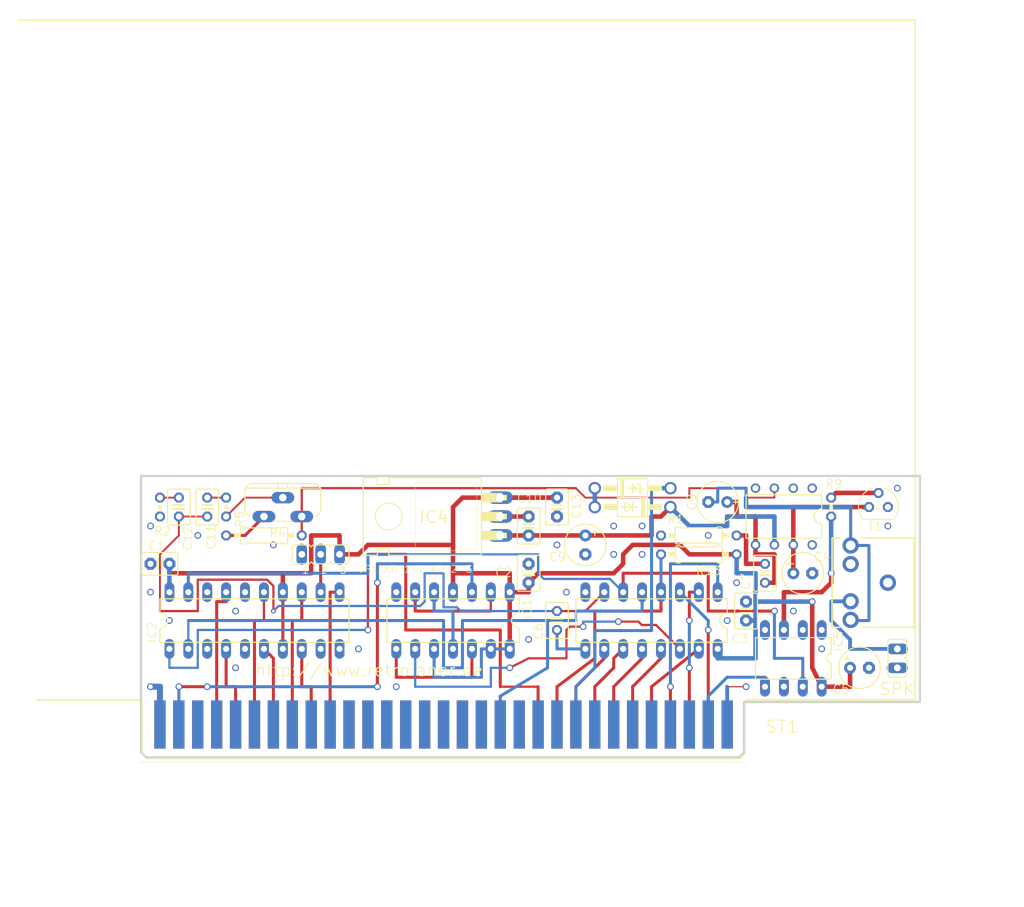
<source format=kicad_pcb>
(kicad_pcb (version 20241229) (generator "pcbnew") (generator_version "9.0")
  (layers (0 "F.Cu" signal) (2 "B.Cu" signal) (13 "F.Paste" user) (15 "B.Paste" user) (5 "F.SilkS" user "F.Silkscreen") (7 "B.SilkS" user "B.Silkscreen") (1 "F.Mask" user) (3 "B.Mask" user) (25 "Edge.Cuts" user))
  (net 0 "")
  (net 1 "GND")
  (net 2 "VCC")
  (net 3 "N$2")
  (net 4 "ISAOSC")
  (net 5 "CMS_CLOCK")
  (net 6 "N$5")
  (net 7 "A1")
  (net 8 "A2")
  (net 9 "A3")
  (net 10 "A4")
  (net 11 "A5")
  (net 12 "A6")
  (net 13 "A7")
  (net 14 "A8")
  (net 15 "A9")
  (net 16 "A0")
  (net 17 "A10")
  (net 18 "OE")
  (net 19 "D0")
  (net 20 "D2")
  (net 21 "D4")
  (net 22 "D5")
  (net 23 "D6")
  (net 24 "D3")
  (net 25 "D1")
  (net 26 "D7")
  (net 27 "IOW")
  (net 28 "READY")
  (net 29 "ISAAEN")
  (net 30 "SNDOUT")
  (net 31 "N$8")
  (net 32 "RESET")
  (net 33 "CLOCK")
  (net 34 "N$1")
  (net 35 "N$3")
  (net 36 "VDD")
  (net 37 "N$6")
  (net 38 "N$9")
  (net 39 "N$7")
  (net 40 "N$10")
  (net 41 "N$11")
  (net 42 "LM386_CONTROL")
  (net 43 "N$4")
  (net 44 "N$13")
  (net 45 "N$14")
  (net 46 "N$15")
  (net 47 "N$12")
  (net 48 "N$16")
  (footprint "tandy_sound:C2.5-3" (layer "F.Cu") (at 148.2586 98.9048 90)
    (property "Reference" "C2")
    (property "Value" "100nf" (hide yes))
  )
  (footprint "tandy_sound:TO92" (layer "F.Cu") (at 195.2486 90.0148)
    (property "Reference" "T1")
    (property "Value" "BC547" (hide yes))
  )
  (footprint "tandy_sound:0204V" (layer "F.Cu") (at 98.7286 90.0148 90)
    (property "Reference" "R2")
    (property "Value" "33" (hide yes))
  )
  (footprint "tandy_sound:TO220H_262" (layer "F.Cu") (at 134.2886 91.2848 90)
    (property "Reference" "IC4")
    (property "Value" "7805T" (hide yes))
  )
  (footprint "tandy_sound:C025-030X050" (layer "F.Cu") (at 152.0686 105.2548 -90)
    (property "Reference" "C6")
    (property "Value" "68pf" (hide yes))
  )
  (footprint "tandy_sound:C025-030X050" (layer "F.Cu") (at 105.0786 90.0148 -90)
    (property "Reference" "C11")
    (property "Value" "470nf" (hide yes))
  )
  (footprint "tandy_sound:JP2" (layer "F.Cu") (at 120.3186 96.3648)
    (property "Reference" "JP1" (hide yes))
    (property "Value" "")
  )
  (footprint "tandy_sound:DIL08" (layer "F.Cu") (at 182.5486 91.2848 180)
    (property "Reference" "IC3" (hide yes))
    (property "Value" "LM386N-1")
  )
  (footprint "tandy_sound:IBM8BIT" (layer "F.Cu") (at 200.3286 124.3048)
    (property "Reference" "ST1")
    (property "Value" "")
  )
  (footprint "tandy_sound:C2.5-3" (layer "F.Cu") (at 177.4686 103.9848 90)
    (property "Reference" "C3")
    (property "Value" "100nf" (hide yes))
  )
  (footprint "tandy_sound:0207_10" (layer "F.Cu") (at 171.1186 96.3648 180)
    (property "Reference" "R13")
    (property "Value" "2,2k")
  )
  (footprint "tandy_sound:E2,5-6" (layer "F.Cu") (at 185.0886 98.9048)
    (property "Reference" "C4")
    (property "Value" "10uf" (hide yes))
  )
  (footprint "tandy_sound:PT-10S" (layer "F.Cu") (at 115.2386 90.0148)
    (property "Reference" "R3" (hide yes))
    (property "Value" "10K" (hide yes))
  )
  (footprint "tandy_sound:DIL08" (layer "F.Cu") (at 183.8186 110.3348 180)
    (property "Reference" "IC5")
    (property "Value" "TINY13-20PU" (hide yes))
  )
  (footprint "tandy_sound:C2.5-3" (layer "F.Cu") (at 148.2586 92.5548 90)
    (property "Reference" "C10")
    (property "Value" "100nf" (hide yes))
  )
  (footprint "tandy_sound:C2.5-3" (layer "F.Cu") (at 98.7286 97.6348 180)
    (property "Reference" "C1")
    (property "Value" "100nf" (hide yes))
  )
  (footprint "tandy_sound:DIL14" (layer "F.Cu") (at 138.0986 105.2548 180)
    (property "Reference" "IC1")
    (property "Value" "74AC74N")
  )
  (footprint "tandy_sound:E2,5-6" (layer "F.Cu") (at 155.8786 95.0948 -90)
    (property "Reference" "C9")
    (property "Value" "470uf" (hide yes))
  )
  (footprint "tandy_sound:C025-030X050" (layer "F.Cu") (at 101.2686 90.0148 90)
    (property "Reference" "C12")
    (property "Value" "100NF" (hide yes))
  )
  (footprint "tandy_sound:JP1" (layer "F.Cu") (at 197.7886 110.3348 180)
    (property "Reference" "JP2" (hide yes))
    (property "Value" "")
  )
  (footprint "tandy_sound:E2,5-6E" (layer "F.Cu") (at 173.6586 89.3398 180)
    (property "Reference" "C8")
    (property "Value" "220UF" (hide yes))
  )
  (footprint "tandy_sound:0204V" (layer "F.Cu") (at 188.8986 90.0148 -90)
    (property "Reference" "R9")
    (property "Value" "1K" (hide yes))
  )
  (footprint "tandy_sound:DO41-10" (layer "F.Cu") (at 162.2286 87.4748)
    (property "Reference" "D1" (hide yes))
    (property "Value" "1N4004" (hide yes))
  )
  (footprint "tandy_sound:AUDIO-JACK" (layer "F.Cu") (at 196.5186 100.1748 180)
    (property "Reference" "J1" (hide yes))
    (property "Value" "AUDIO_JACK_3.5MM_PTH" (hide yes))
  )
  (footprint "tandy_sound:E2,5-6" (layer "F.Cu") (at 192.7086 111.6048)
    (property "Reference" "C5")
    (property "Value" "10uf" (hide yes))
  )
  (footprint "tandy_sound:0207_10" (layer "F.Cu") (at 112.6986 93.8248 180)
    (property "Reference" "R4")
    (property "Value" "1k")
  )
  (footprint "tandy_sound:C025-030X050" (layer "F.Cu") (at 180.0086 98.9048 90)
    (property "Reference" "C7")
    (property "Value" "47NF" (hide yes))
  )
  (footprint "tandy_sound:DO41-10" (layer "F.Cu") (at 162.2286 90.0148 180)
    (property "Reference" "D2" (hide yes))
    (property "Value" "1N4004" (hide yes))
  )
  (footprint "tandy_sound:C2.5-3" (layer "F.Cu") (at 152.0686 90.0148 -90)
    (property "Reference" "C13")
    (property "Value" "100nf" (hide yes))
  )
  (footprint "tandy_sound:0204V" (layer "F.Cu") (at 107.6186 90.0148 90)
    (property "Reference" "R5")
    (property "Value" "10k" (hide yes))
  )
  (footprint "tandy_sound:DIL16" (layer "F.Cu") (at 164.7686 105.2548 180)
    (property "Reference" "U$1" (hide yes))
    (property "Value" "SN76489" (hide yes))
  )
  (footprint "tandy_sound:0207_10" (layer "F.Cu") (at 171.1186 93.8248)
    (property "Reference" "R1")
    (property "Value" "10")
  )
  (footprint "tandy_sound:DIL20" (layer "F.Cu") (at 111.4286 105.2548)
    (property "Reference" "IC2")
    (property "Value" "74HC688N")
  )
  (gr_line (start 177.1886 116.2048) (end 177.1886 122.9548) (stroke (width 0.3048)) (layer "Edge.Cuts"))
  (gr_line (start 176.5136 123.6298) (end 96.8636 123.6298) (stroke (width 0.3048)) (layer "Edge.Cuts"))
  (gr_line (start 96.1886 85.8298) (end 200.8136 85.8298) (stroke (width 0.3048)) (layer "Edge.Cuts"))
  (gr_line (start 96.1886 124.3048) (end 177.1386 124.3048) (stroke (width 0.05)) (layer "Edge.Cuts"))
  (gr_line (start 177.1886 122.9548) (end 176.5136 123.6298) (stroke (width 0.3048)) (layer "Edge.Cuts"))
  (gr_line (start 96.8636 123.6298) (end 96.1886 122.9548) (stroke (width 0.3048)) (layer "Edge.Cuts"))
  (gr_line (start 200.8136 85.8298) (end 200.8136 116.2048) (stroke (width 0.3048)) (layer "Edge.Cuts"))
  (gr_line (start 200.8136 116.2048) (end 177.1886 116.2048) (stroke (width 0.3048)) (layer "Edge.Cuts"))
  (gr_line (start 96.1886 122.9548) (end 96.1886 85.8298) (stroke (width 0.3048)) (layer "Edge.Cuts"))
  (gr_text "http://www.retroianer.de" (at 111.4286 112.8748 0) (layer "F.SilkS") (effects (font (size 1.63576 1.63576) (thickness 0.14224)) (justify left bottom)))
  (gr_text "SPK" (at 195.2486 115.4148 0) (layer "F.SilkS") (effects (font (size 1.63576 1.63576) (thickness 0.14224)) (justify left bottom)))
  (gr_text "JP1 XT: 1-2 AT: 2-3" (at 125.3986 98.9048 0) (layer "F.SilkS") (effects (font (size 0.93472 0.93472) (thickness 0.08128)) (justify left bottom)))
  (segment (start 144.4486 91.2848) (end 148.2586 91.2848) (width 0.6096) (layer "F.Cu") (net 1))
  (segment (start 110.1586 93.8248) (end 107.6186 93.8248) (width 0.4064) (layer "F.Cu") (net 1))
  (segment (start 177.4686 114.1448) (end 174.9286 114.1448) (width 0.1524) (layer "F.Cu") (net 1))
  (segment (start 112.6986 91.2848) (end 110.1586 93.8248) (width 0.4064) (layer "F.Cu") (net 1))
  (via (at 97.4586 92.5548) (size 0.9048) (drill 0.6) (layers "F.Cu" "B.Cu") (net 1))
  (via (at 108.8886 103.9848) (size 0.9048) (drill 0.6) (layers "F.Cu" "B.Cu") (net 1))
  (via (at 97.4586 114.1448) (size 0.9048) (drill 0.6) (layers "F.Cu" "B.Cu") (net 1))
  (via (at 177.4686 114.1448) (size 0.9048) (drill 0.6) (layers "F.Cu" "B.Cu") (net 1))
  (via (at 196.5186 92.5548) (size 0.9048) (drill 0.6) (layers "F.Cu" "B.Cu") (net 1))
  (via (at 159.6886 92.5548) (size 0.9048) (drill 0.6) (layers "F.Cu" "B.Cu") (net 1))
  (via (at 174.9286 105.2548) (size 0.9048) (drill 0.6) (layers "F.Cu" "B.Cu") (net 1))
  (via (at 108.8886 111.6048) (size 0.9048) (drill 0.6) (layers "F.Cu" "B.Cu") (net 1))
  (via (at 103.8086 93.8248) (size 0.9048) (drill 0.6) (layers "F.Cu" "B.Cu") (net 1))
  (via (at 99.9986 105.2548) (size 0.9048) (drill 0.6) (layers "F.Cu" "B.Cu") (net 1))
  (via (at 152.0686 95.0948) (size 0.9048) (drill 0.6) (layers "F.Cu" "B.Cu") (net 1))
  (via (at 187.6286 109.0648) (size 0.9048) (drill 0.6) (layers "F.Cu" "B.Cu") (net 1))
  (via (at 172.3886 93.8248) (size 0.9048) (drill 0.6) (layers "F.Cu" "B.Cu") (net 1))
  (via (at 153.3386 101.4448) (size 0.9048) (drill 0.6) (layers "F.Cu" "B.Cu") (net 1))
  (via (at 113.9686 95.0948) (size 0.9048) (drill 0.6) (layers "F.Cu" "B.Cu") (net 1))
  (via (at 97.4586 101.4448) (size 0.9048) (drill 0.6) (layers "F.Cu" "B.Cu") (net 1))
  (via (at 159.6886 96.3648) (size 0.9048) (drill 0.6) (layers "F.Cu" "B.Cu") (net 1))
  (via (at 148.2586 107.7948) (size 0.9048) (drill 0.6) (layers "F.Cu" "B.Cu") (net 1))
  (via (at 176.1986 100.1748) (size 0.9048) (drill 0.6) (layers "F.Cu" "B.Cu") (net 1))
  (via (at 163.4986 96.3648) (size 0.9048) (drill 0.6) (layers "F.Cu" "B.Cu") (net 1))
  (via (at 125.3986 109.0648) (size 0.9048) (drill 0.6) (layers "F.Cu" "B.Cu") (net 1))
  (via (at 197.7886 87.4748) (size 0.9048) (drill 0.6) (layers "F.Cu" "B.Cu") (net 1))
  (via (at 183.8186 103.9848) (size 0.9048) (drill 0.6) (layers "F.Cu" "B.Cu") (net 1))
  (via (at 130.4786 114.1448) (size 0.9048) (drill 0.6) (layers "F.Cu" "B.Cu") (net 1))
  (via (at 163.4986 92.5548) (size 0.9048) (drill 0.6) (layers "F.Cu" "B.Cu") (net 1))
  (segment (start 98.7286 119.2248) (end 98.7286 114.1448) (width 0.8128) (layer "B.Cu") (net 1))
  (segment (start 98.7286 114.1448) (end 97.4586 114.1448) (width 0.8128) (layer "B.Cu") (net 1))
  (segment (start 174.9286 119.2248) (end 174.9286 114.1448) (width 0.508) (layer "B.Cu") (net 1))
  (segment (start 148.2586 100.1748) (end 148.2586 101.4448) (width 0.6096) (layer "F.Cu") (net 2))
  (segment (start 125.3986 96.3648) (end 122.8586 96.3648) (width 0.6096) (layer "F.Cu") (net 2))
  (segment (start 138.0986 90.0148) (end 138.0986 95.0948) (width 0.6096) (layer "F.Cu") (net 2))
  (segment (start 191.4386 114.1448) (end 191.4386 111.6048) (width 0.6096) (layer "F.Cu") (net 2))
  (segment (start 122.8586 96.3648) (end 122.8586 93.8248) (width 0.6096) (layer "F.Cu") (net 2))
  (segment (start 176.1986 96.3648) (end 169.8486 96.3648) (width 0.6096) (layer "F.Cu") (net 2))
  (segment (start 117.7786 98.9048) (end 115.2386 98.9048) (width 0.6096) (layer "F.Cu") (net 2))
  (segment (start 144.4486 88.7448) (end 152.0686 88.7448) (width 0.6096) (layer "F.Cu") (net 2))
  (segment (start 145.7186 98.9048) (end 145.7186 101.4448) (width 0.6096) (layer "F.Cu") (net 2))
  (segment (start 169.8486 96.3648) (end 168.5786 95.0948) (width 0.6096) (layer "F.Cu") (net 2))
  (segment (start 162.2286 95.0948) (end 160.9586 96.3648) (width 0.6096) (layer "F.Cu") (net 2))
  (segment (start 138.0986 101.4448) (end 138.0986 98.9048) (width 0.6096) (layer "F.Cu") (net 2))
  (segment (start 115.2386 101.4448) (end 115.2386 109.0648) (width 0.4064) (layer "F.Cu") (net 2))
  (segment (start 159.6886 98.9048) (end 149.5286 98.9048) (width 0.6096) (layer "F.Cu") (net 2))
  (segment (start 152.0686 88.7448) (end 139.3686 88.7448) (width 0.6096) (layer "F.Cu") (net 2))
  (segment (start 103.8086 98.9048) (end 99.9986 98.9048) (width 0.6096) (layer "F.Cu") (net 2))
  (segment (start 122.8586 93.8248) (end 119.0486 93.8248) (width 0.6096) (layer "F.Cu") (net 2))
  (segment (start 139.3686 88.7448) (end 138.0986 90.0148) (width 0.6096) (layer "F.Cu") (net 2))
  (segment (start 115.2386 101.4448) (end 115.2386 98.9048) (width 0.6096) (layer "F.Cu") (net 2))
  (segment (start 115.2386 98.9048) (end 103.8086 98.9048) (width 0.6096) (layer "F.Cu") (net 2))
  (segment (start 138.0986 95.0948) (end 126.6686 95.0948) (width 0.6096) (layer "F.Cu") (net 2))
  (segment (start 126.6686 95.0948) (end 125.3986 96.3648) (width 0.6096) (layer "F.Cu") (net 2))
  (segment (start 186.3586 111.6048) (end 186.3586 102.7148) (width 0.6096) (layer "F.Cu") (net 2))
  (segment (start 160.9586 96.3648) (end 160.9586 97.6348) (width 0.6096) (layer "F.Cu") (net 2))
  (segment (start 187.6286 114.1448) (end 186.3586 111.6048) (width 0.6096) (layer "F.Cu") (net 2))
  (segment (start 138.0986 95.0948) (end 138.0986 98.9048) (width 0.6096) (layer "F.Cu") (net 2))
  (segment (start 99.9986 97.6348) (end 99.9986 98.9048) (width 0.6096) (layer "F.Cu") (net 2))
  (segment (start 149.5286 98.9048) (end 148.2586 100.1748) (width 0.6096) (layer "F.Cu") (net 2))
  (segment (start 138.0986 98.9048) (end 145.7186 98.9048) (width 0.6096) (layer "F.Cu") (net 2))
  (segment (start 168.5786 95.0948) (end 162.2286 95.0948) (width 0.6096) (layer "F.Cu") (net 2))
  (segment (start 160.9586 97.6348) (end 159.6886 98.9048) (width 0.6096) (layer "F.Cu") (net 2))
  (segment (start 119.0486 93.8248) (end 119.0486 98.9048) (width 0.6096) (layer "F.Cu") (net 2))
  (segment (start 145.7186 101.4448) (end 145.7186 109.0648) (width 0.6096) (layer "F.Cu") (net 2))
  (segment (start 148.2586 101.4448) (end 145.7186 101.4448) (width 0.6096) (layer "F.Cu") (net 2))
  (segment (start 187.6286 114.1448) (end 191.4386 114.1448) (width 0.6096) (layer "F.Cu") (net 2))
  (segment (start 119.0486 98.9048) (end 117.7786 98.9048) (width 0.6096) (layer "F.Cu") (net 2))
  (via (at 186.3586 102.7148) (size 0.9048) (drill 0.6) (layers "F.Cu" "B.Cu") (net 2))
  (segment (start 176.1986 96.3648) (end 176.1986 98.9048) (width 0.6096) (layer "B.Cu") (net 2))
  (segment (start 143.1786 109.0648) (end 145.7186 109.0648) (width 0.4064) (layer "B.Cu") (net 2))
  (segment (start 178.7386 105.2548) (end 178.7386 110.3348) (width 0.6096) (layer "B.Cu") (net 2))
  (segment (start 186.3586 102.7148) (end 178.7386 102.7148) (width 0.6096) (layer "B.Cu") (net 2))
  (segment (start 135.5586 112.8748) (end 141.9086 112.8748) (width 0.4064) (layer "B.Cu") (net 2))
  (segment (start 99.9986 101.4448) (end 99.9986 97.6348) (width 0.6096) (layer "B.Cu") (net 2))
  (segment (start 173.6586 109.0648) (end 173.6586 110.3348) (width 0.6096) (layer "B.Cu") (net 2))
  (segment (start 173.6586 110.3348) (end 178.7386 110.3348) (width 0.6096) (layer "B.Cu") (net 2))
  (segment (start 135.5586 109.0648) (end 135.5586 112.8748) (width 0.4064) (layer "B.Cu") (net 2))
  (segment (start 178.7386 102.7148) (end 178.7386 105.2548) (width 0.6096) (layer "B.Cu") (net 2))
  (segment (start 176.1986 98.9048) (end 178.7386 98.9048) (width 0.6096) (layer "B.Cu") (net 2))
  (segment (start 178.7386 105.2548) (end 177.4686 105.2548) (width 0.6096) (layer "B.Cu") (net 2))
  (segment (start 141.9086 112.8748) (end 141.9086 109.0648) (width 0.4064) (layer "B.Cu") (net 2))
  (segment (start 178.7386 98.9048) (end 178.7386 102.7148) (width 0.6096) (layer "B.Cu") (net 2))
  (segment (start 141.9086 109.0648) (end 143.1786 109.0648) (width 0.4064) (layer "B.Cu") (net 2))
  (segment (start 133.0186 103.9848) (end 134.2886 103.9848) (width 0.4064) (layer "F.Cu") (net 3))
  (segment (start 143.1786 103.9848) (end 134.2886 103.9848) (width 0.4064) (layer "F.Cu") (net 3))
  (segment (start 143.1786 101.4448) (end 143.1786 103.9848) (width 0.3048) (layer "F.Cu") (net 3))
  (segment (start 133.0186 103.9848) (end 133.0186 101.4448) (width 0.4064) (layer "F.Cu") (net 3))
  (segment (start 101.2686 114.1448) (end 105.0786 114.1448) (width 0.4064) (layer "F.Cu") (net 4))
  (segment (start 127.9386 114.1448) (end 127.9386 100.1748) (width 0.4064) (layer "F.Cu") (net 4))
  (via (at 127.9386 100.1748) (size 0.9048) (drill 0.6) (layers "F.Cu" "B.Cu") (net 4))
  (via (at 105.0786 114.1448) (size 0.9048) (drill 0.6) (layers "F.Cu" "B.Cu") (net 4))
  (via (at 101.2686 114.1448) (size 0.9048) (drill 0.6) (layers "F.Cu" "B.Cu") (net 4))
  (via (at 127.9386 114.1448) (size 0.9048) (drill 0.6) (layers "F.Cu" "B.Cu") (net 4))
  (segment (start 127.9386 100.1748) (end 127.9386 97.6348) (width 0.4064) (layer "B.Cu") (net 4))
  (segment (start 140.6386 97.6348) (end 127.9386 97.6348) (width 0.4064) (layer "B.Cu") (net 4))
  (segment (start 105.0786 114.1448) (end 127.9386 114.1448) (width 0.4064) (layer "B.Cu") (net 4))
  (segment (start 140.6386 101.4448) (end 140.6386 97.6348) (width 0.4064) (layer "B.Cu") (net 4))
  (segment (start 101.2686 119.2248) (end 101.2686 114.1448) (width 0.4064) (layer "B.Cu") (net 4))
  (segment (start 138.0986 103.9848) (end 135.5586 103.9848) (width 0.4064) (layer "B.Cu") (net 5))
  (segment (start 135.5586 103.9848) (end 135.5586 101.4448) (width 0.4064) (layer "B.Cu") (net 5))
  (segment (start 138.0986 109.0648) (end 138.0986 103.9848) (width 0.4064) (layer "B.Cu") (net 5))
  (segment (start 140.6386 112.8748) (end 140.6386 109.0648) (width 0.4064) (layer "F.Cu") (net 6))
  (segment (start 130.4786 112.8748) (end 140.6386 112.8748) (width 0.4064) (layer "F.Cu") (net 6))
  (segment (start 130.4786 109.0648) (end 130.4786 112.8748) (width 0.4064) (layer "F.Cu") (net 6))
  (segment (start 106.3486 102.7148) (end 107.6186 102.7148) (width 0.4064) (layer "F.Cu") (net 9))
  (segment (start 107.6186 102.7148) (end 107.6186 101.4448) (width 0.4064) (layer "F.Cu") (net 9))
  (segment (start 106.3486 119.2248) (end 106.3486 102.7148) (width 0.4064) (layer "F.Cu") (net 9))
  (segment (start 108.8886 114.1448) (end 108.8886 119.2248) (width 0.4064) (layer "F.Cu") (net 10))
  (segment (start 107.6186 109.0648) (end 107.6186 114.1448) (width 0.4064) (layer "F.Cu") (net 10))
  (segment (start 107.6186 114.1448) (end 108.8886 114.1448) (width 0.4064) (layer "F.Cu") (net 10))
  (segment (start 112.6986 105.2548) (end 111.4286 105.2548) (width 0.4064) (layer "F.Cu") (net 11))
  (segment (start 111.4286 105.2548) (end 111.4286 119.2248) (width 0.4064) (layer "F.Cu") (net 11))
  (segment (start 112.6986 101.4448) (end 112.6986 105.2548) (width 0.3048) (layer "F.Cu") (net 11))
  (segment (start 112.6986 109.0648) (end 113.9686 110.3348) (width 0.4064) (layer "F.Cu") (net 12))
  (segment (start 113.9686 119.2248) (end 113.9686 110.3348) (width 0.4064) (layer "F.Cu") (net 12))
  (segment (start 117.7786 101.4448) (end 117.7786 105.2548) (width 0.4064) (layer "F.Cu") (net 13))
  (segment (start 117.7786 105.2548) (end 116.5086 105.2548) (width 0.4064) (layer "F.Cu") (net 13))
  (segment (start 116.5086 105.2548) (end 116.5086 119.2248) (width 0.4064) (layer "F.Cu") (net 13))
  (segment (start 117.7786 114.1448) (end 119.0486 114.1448) (width 0.4064) (layer "F.Cu") (net 14))
  (segment (start 117.7786 109.0648) (end 117.7786 114.1448) (width 0.4064) (layer "F.Cu") (net 14))
  (segment (start 119.0486 114.1448) (end 119.0486 119.2248) (width 0.4064) (layer "F.Cu") (net 14))
  (segment (start 121.5886 119.2248) (end 121.5886 101.4448) (width 0.4064) (layer "F.Cu") (net 15))
  (segment (start 121.5886 101.4448) (end 122.8586 101.4448) (width 0.4064) (layer "F.Cu") (net 15))
  (segment (start 181.2786 103.9848) (end 172.3886 103.9848) (width 0.4064) (layer "F.Cu") (net 18))
  (segment (start 172.3886 98.9048) (end 160.9586 98.9048) (width 0.4064) (layer "F.Cu") (net 18))
  (segment (start 172.3886 103.9848) (end 172.3886 98.9048) (width 0.4064) (layer "F.Cu") (net 18))
  (segment (start 160.9586 98.9048) (end 160.9586 101.4448) (width 0.4064) (layer "F.Cu") (net 18))
  (via (at 181.2786 103.9848) (size 0.9048) (drill 0.6) (layers "F.Cu" "B.Cu") (net 18))
  (segment (start 102.5386 98.9048) (end 126.6686 98.9048) (width 0.4064) (layer "B.Cu") (net 18))
  (segment (start 149.5286 96.3648) (end 126.6686 96.3648) (width 0.3048) (layer "B.Cu") (net 18))
  (segment (start 185.0886 110.3348) (end 181.2786 110.3348) (width 0.4064) (layer "B.Cu") (net 18))
  (segment (start 150.2906 99.6668) (end 149.5286 98.9048) (width 0.3048) (layer "B.Cu") (net 18))
  (segment (start 160.9586 101.4448) (end 159.1806 99.6668) (width 0.3048) (layer "B.Cu") (net 18))
  (segment (start 102.5386 101.4448) (end 102.5386 98.9048) (width 0.4064) (layer "B.Cu") (net 18))
  (segment (start 181.2786 110.3348) (end 181.2786 103.9848) (width 0.4064) (layer "B.Cu") (net 18))
  (segment (start 159.1806 99.6668) (end 150.2906 99.6668) (width 0.3048) (layer "B.Cu") (net 18))
  (segment (start 185.0886 114.1448) (end 185.0886 110.3348) (width 0.4064) (layer "B.Cu") (net 18))
  (segment (start 149.5286 98.9048) (end 149.5286 96.3648) (width 0.3048) (layer "B.Cu") (net 18))
  (segment (start 126.6686 96.3648) (end 126.6686 98.9048) (width 0.4064) (layer "B.Cu") (net 18))
  (segment (start 158.4186 110.3348) (end 154.6086 114.1448) (width 0.4064) (layer "F.Cu") (net 19))
  (segment (start 154.6086 114.1448) (end 154.6086 119.2248) (width 0.4064) (layer "F.Cu") (net 19))
  (segment (start 158.4186 109.0648) (end 158.4186 110.3348) (width 0.4064) (layer "F.Cu") (net 19))
  (segment (start 163.4986 110.3348) (end 159.6886 114.1448) (width 0.4064) (layer "F.Cu") (net 20))
  (segment (start 159.6886 114.1448) (end 159.6886 119.2248) (width 0.4064) (layer "F.Cu") (net 20))
  (segment (start 163.4986 109.0648) (end 163.4986 110.3348) (width 0.4064) (layer "F.Cu") (net 20))
  (segment (start 164.7686 114.1448) (end 164.7686 119.2248) (width 0.4064) (layer "F.Cu") (net 21))
  (segment (start 171.1186 109.0648) (end 164.7686 114.1448) (width 0.4064) (layer "F.Cu") (net 21))
  (segment (start 167.3086 119.2248) (end 167.3086 114.1448) (width 0.4064) (layer "F.Cu") (net 22))
  (via (at 167.3086 114.1448) (size 0.9048) (drill 0.6) (layers "F.Cu" "B.Cu") (net 22))
  (segment (start 167.3086 97.6348) (end 173.6586 97.6348) (width 0.4064) (layer "B.Cu") (net 22))
  (segment (start 167.3086 114.1448) (end 167.3086 97.6348) (width 0.4064) (layer "B.Cu") (net 22))
  (segment (start 173.6586 97.6348) (end 173.6586 101.4448) (width 0.4064) (layer "B.Cu") (net 22))
  (segment (start 171.1186 101.4448) (end 169.8486 101.4448) (width 0.4064) (layer "F.Cu") (net 23))
  (segment (start 169.8486 101.4448) (end 169.8486 105.2548) (width 0.4064) (layer "F.Cu") (net 23))
  (segment (start 169.8486 111.6048) (end 169.8486 119.2248) (width 0.4064) (layer "F.Cu") (net 23))
  (via (at 169.8486 105.2548) (size 0.9048) (drill 0.6) (layers "F.Cu" "B.Cu") (net 23))
  (via (at 169.8486 111.6048) (size 0.9048) (drill 0.6) (layers "F.Cu" "B.Cu") (net 23))
  (segment (start 169.8486 105.2548) (end 169.8486 111.6048) (width 0.4064) (layer "B.Cu") (net 23))
  (segment (start 166.0386 110.3348) (end 162.2286 114.1448) (width 0.4064) (layer "F.Cu") (net 24))
  (segment (start 162.2286 114.1448) (end 162.2286 119.2248) (width 0.4064) (layer "F.Cu") (net 24))
  (segment (start 166.0386 109.0648) (end 166.0386 110.3348) (width 0.4064) (layer "F.Cu") (net 24))
  (segment (start 160.9586 109.0648) (end 159.6886 110.3348) (width 0.4064) (layer "F.Cu") (net 25))
  (segment (start 159.6886 110.3348) (end 159.6886 111.6048) (width 0.4064) (layer "F.Cu") (net 25))
  (segment (start 157.1486 114.1448) (end 157.1486 119.2248) (width 0.4064) (layer "F.Cu") (net 25))
  (segment (start 159.6886 111.6048) (end 157.1486 114.1448) (width 0.4064) (layer "F.Cu") (net 25))
  (segment (start 172.3886 119.2248) (end 172.3886 106.5248) (width 0.4064) (layer "F.Cu") (net 26))
  (via (at 172.3886 106.5248) (size 0.9048) (drill 0.6) (layers "F.Cu" "B.Cu") (net 26))
  (segment (start 168.5786 101.4448) (end 172.3886 105.2548) (width 0.4064) (layer "B.Cu") (net 26))
  (segment (start 172.3886 106.5248) (end 172.3886 105.2548) (width 0.4064) (layer "B.Cu") (net 26))
  (segment (start 102.5386 105.2548) (end 136.8286 105.2548) (width 0.4064) (layer "B.Cu") (net 27))
  (segment (start 139.3686 105.2548) (end 150.7986 105.2548) (width 0.4064) (layer "B.Cu") (net 27))
  (segment (start 139.3686 111.6048) (end 139.3686 105.2548) (width 0.4064) (layer "B.Cu") (net 27))
  (segment (start 163.4986 101.4448) (end 163.4986 103.9848) (width 0.4064) (layer "B.Cu") (net 27))
  (segment (start 136.8286 111.6048) (end 139.3686 111.6048) (width 0.4064) (layer "B.Cu") (net 27))
  (segment (start 154.6086 103.9848) (end 154.6086 105.2548) (width 0.3048) (layer "B.Cu") (net 27))
  (segment (start 136.8286 105.2548) (end 136.8286 111.6048) (width 0.4064) (layer "B.Cu") (net 27))
  (segment (start 144.4486 115.4148) (end 150.7986 111.6048) (width 0.4064) (layer "B.Cu") (net 27))
  (segment (start 154.6086 103.9848) (end 163.4986 103.9848) (width 0.4064) (layer "B.Cu") (net 27))
  (segment (start 154.6086 105.2548) (end 150.7986 105.2548) (width 0.4064) (layer "B.Cu") (net 27))
  (segment (start 150.7986 111.6048) (end 150.7986 105.2548) (width 0.4064) (layer "B.Cu") (net 27))
  (segment (start 102.5386 109.0648) (end 102.5386 105.2548) (width 0.3048) (layer "B.Cu") (net 27))
  (segment (start 144.4486 119.2248) (end 144.4486 115.4148) (width 0.4064) (layer "B.Cu") (net 27))
  (segment (start 166.0386 103.9848) (end 157.1486 103.9848) (width 0.4064) (layer "F.Cu") (net 28))
  (segment (start 166.0386 101.4448) (end 166.0386 103.9848) (width 0.4064) (layer "F.Cu") (net 28))
  (segment (start 157.1486 110.3348) (end 152.0686 114.1448) (width 0.4064) (layer "F.Cu") (net 28))
  (segment (start 152.0686 114.1448) (end 152.0686 119.2248) (width 0.4064) (layer "F.Cu") (net 28))
  (segment (start 157.1486 103.9848) (end 157.1486 110.3348) (width 0.4064) (layer "F.Cu") (net 28))
  (segment (start 166.0386 96.3648) (end 166.0386 101.4448) (width 0.4064) (layer "B.Cu") (net 28))
  (segment (start 149.5286 114.1448) (end 144.4486 114.1448) (width 0.3048) (layer "F.Cu") (net 29))
  (segment (start 131.7486 96.3648) (end 126.6686 96.3648) (width 0.4064) (layer "F.Cu") (net 29))
  (segment (start 126.6686 96.3648) (end 126.6686 106.5248) (width 0.3048) (layer "F.Cu") (net 29))
  (segment (start 149.5286 119.2248) (end 149.5286 114.1448) (width 0.4064) (layer "F.Cu") (net 29))
  (segment (start 144.4486 114.1448) (end 144.4486 106.5248) (width 0.4064) (layer "F.Cu") (net 29))
  (segment (start 144.4486 106.5248) (end 131.7486 106.5248) (width 0.4064) (layer "F.Cu") (net 29))
  (segment (start 131.7486 106.5248) (end 131.7486 96.3648) (width 0.4064) (layer "F.Cu") (net 29))
  (via (at 126.6686 106.5248) (size 0.9048) (drill 0.6) (layers "F.Cu" "B.Cu") (net 29))
  (segment (start 103.8086 111.6048) (end 99.9986 111.6048) (width 0.3048) (layer "B.Cu") (net 29))
  (segment (start 99.9986 111.6048) (end 99.9986 109.0648) (width 0.3048) (layer "B.Cu") (net 29))
  (segment (start 103.8086 106.5248) (end 103.8086 111.6048) (width 0.3048) (layer "B.Cu") (net 29))
  (segment (start 126.6686 106.5248) (end 103.8086 106.5248) (width 0.3048) (layer "B.Cu") (net 29))
  (segment (start 101.2686 93.8248) (end 98.7286 96.3648) (width 0.254) (layer "F.Cu") (net 30))
  (segment (start 113.9686 100.617557) (end 113.9686 103.9848) (width 0.3048) (layer "F.Cu") (net 30))
  (segment (start 155.8786 103.9848) (end 152.0686 103.9848) (width 0.3048) (layer "F.Cu") (net 30))
  (segment (start 113.119443 99.7684) (end 113.9686 100.617557) (width 0.3048) (layer "F.Cu") (net 30))
  (segment (start 103.8086 103.9848) (end 103.8086 99.7684) (width 0.3048) (layer "F.Cu") (net 30))
  (segment (start 101.2686 91.2848) (end 105.0786 91.2848) (width 0.254) (layer "F.Cu") (net 30))
  (segment (start 103.8086 99.7684) (end 113.119443 99.7684) (width 0.3048) (layer "F.Cu") (net 30))
  (segment (start 103.8086 103.9848) (end 98.7286 103.9848) (width 0.3048) (layer "F.Cu") (net 30))
  (segment (start 98.7286 103.9848) (end 98.7286 96.3648) (width 0.254) (layer "F.Cu") (net 30))
  (segment (start 158.4186 101.4448) (end 155.8786 103.9848) (width 0.3048) (layer "F.Cu") (net 30))
  (segment (start 101.2686 93.8248) (end 101.2686 91.2848) (width 0.254) (layer "F.Cu") (net 30))
  (via (at 113.9686 103.9848) (size 0.6548) (drill 0.35) (layers "F.Cu" "B.Cu") (net 30))
  (segment (start 138.6066 103.4768) (end 139.1146 103.9848) (width 0.3048) (layer "B.Cu") (net 30))
  (segment (start 133.6996 103.3038) (end 134.2886 102.7148) (width 0.3048) (layer "B.Cu") (net 30))
  (segment (start 136.8286 98.9048) (end 136.8286 103.4768) (width 0.3048) (layer "B.Cu") (net 30))
  (segment (start 133.6996 103.3038) (end 114.6496 103.3038) (width 0.3048) (layer "B.Cu") (net 30))
  (segment (start 113.9686 103.9848) (end 114.6496 103.3038) (width 0.3048) (layer "B.Cu") (net 30))
  (segment (start 136.8286 103.4768) (end 138.6066 103.4768) (width 0.3048) (layer "B.Cu") (net 30))
  (segment (start 134.2886 102.7148) (end 134.2886 98.9048) (width 0.3048) (layer "B.Cu") (net 30))
  (segment (start 134.2886 98.9048) (end 136.8286 98.9048) (width 0.3048) (layer "B.Cu") (net 30))
  (segment (start 139.1146 103.9848) (end 152.0686 103.9848) (width 0.3048) (layer "B.Cu") (net 30))
  (segment (start 120.3186 101.4448) (end 120.3186 96.3648) (width 0.4064) (layer "F.Cu") (net 31))
  (segment (start 172.3886 115.4148) (end 174.9286 112.8748) (width 0.4064) (layer "B.Cu") (net 32))
  (segment (start 172.3886 117.9548) (end 172.3886 115.4148) (width 0.4064) (layer "B.Cu") (net 32))
  (segment (start 174.9286 112.8748) (end 180.0086 112.8748) (width 0.4064) (layer "B.Cu") (net 32))
  (segment (start 172.3886 119.2248) (end 172.3886 117.9548) (width 0.508) (layer "B.Cu") (net 32))
  (segment (start 180.0086 112.8748) (end 180.0086 114.1448) (width 0.4064) (layer "B.Cu") (net 32))
  (segment (start 153.7836 106.0798) (end 155.5886 106.0798) (width 0.3048) (layer "F.Cu") (net 33))
  (segment (start 163.0136 105.4048) (end 160.3136 105.4048) (width 0.3048) (layer "F.Cu") (net 33))
  (segment (start 168.5786 109.0648) (end 165.3636 105.8498) (width 0.3048) (layer "F.Cu") (net 33))
  (segment (start 148.2586 110.3348) (end 145.7186 111.6048) (width 0.3048) (layer "F.Cu") (net 33))
  (segment (start 153.3386 106.5248) (end 153.7836 106.0798) (width 0.3048) (layer "F.Cu") (net 33))
  (segment (start 163.4586 105.8498) (end 163.0136 105.4048) (width 0.3048) (layer "F.Cu") (net 33))
  (segment (start 153.3386 106.5248) (end 153.3386 110.3348) (width 0.3048) (layer "F.Cu") (net 33))
  (segment (start 153.3386 110.3348) (end 148.2586 110.3348) (width 0.3048) (layer "F.Cu") (net 33))
  (segment (start 163.4586 105.8498) (end 165.3636 105.8498) (width 0.3048) (layer "F.Cu") (net 33))
  (via (at 155.5886 106.0798) (size 0.9048) (drill 0.6) (layers "F.Cu" "B.Cu") (net 33))
  (via (at 145.7186 111.6048) (size 0.9048) (drill 0.6) (layers "F.Cu" "B.Cu") (net 33))
  (via (at 160.3136 105.4048) (size 0.9048) (drill 0.6) (layers "F.Cu" "B.Cu") (net 33))
  (segment (start 143.1786 114.1448) (end 133.0186 114.1448) (width 0.3048) (layer "B.Cu") (net 33))
  (segment (start 145.7186 111.6048) (end 143.1786 111.6048) (width 0.3048) (layer "B.Cu") (net 33))
  (segment (start 155.5886 106.0798) (end 155.5886 105.4048) (width 0.3048) (layer "B.Cu") (net 33))
  (segment (start 143.1786 111.6048) (end 143.1786 114.1448) (width 0.3048) (layer "B.Cu") (net 33))
  (segment (start 155.5886 105.4048) (end 160.3136 105.4048) (width 0.3048) (layer "B.Cu") (net 33))
  (segment (start 133.0186 114.1448) (end 133.0186 109.0648) (width 0.3048) (layer "B.Cu") (net 33))
  (segment (start 173.6586 89.3398) (end 173.6586 87.4748) (width 0.4064) (layer "B.Cu") (net 34))
  (segment (start 191.5186 90.0148) (end 191.5186 95.1748) (width 0.4064) (layer "B.Cu") (net 34))
  (segment (start 193.9786 105.2548) (end 191.4386 105.2548) (width 0.4064) (layer "B.Cu") (net 34))
  (segment (start 191.5186 90.0148) (end 183.8186 90.0148) (width 0.6) (layer "B.Cu") (net 34))
  (segment (start 191.5186 95.1748) (end 193.9786 95.1748) (width 0.4064) (layer "B.Cu") (net 34))
  (segment (start 193.9786 95.1748) (end 193.9786 105.2548) (width 0.4064) (layer "B.Cu") (net 34))
  (segment (start 173.6586 87.4748) (end 177.4686 87.4748) (width 0.4064) (layer "B.Cu") (net 34))
  (segment (start 191.4386 105.2548) (end 191.5186 105.1748) (width 0.1524) (layer "B.Cu") (net 34))
  (segment (start 177.4686 88.7448) (end 177.4686 87.4748) (width 0.4064) (layer "B.Cu") (net 34))
  (segment (start 172.3886 89.3398) (end 173.6586 89.3398) (width 0.4064) (layer "B.Cu") (net 34))
  (segment (start 177.4686 90.0148) (end 177.4686 88.7448) (width 0.6096) (layer "B.Cu") (net 34))
  (segment (start 183.8186 90.0148) (end 177.4686 90.0148) (width 0.6096) (layer "B.Cu") (net 34))
  (segment (start 155.8786 109.0648) (end 152.0686 109.0648) (width 0.4064) (layer "B.Cu") (net 35))
  (segment (start 152.0686 109.0648) (end 152.0686 106.5248) (width 0.4064) (layer "B.Cu") (net 35))
  (segment (start 157.1486 106.6048) (end 164.7686 106.6048) (width 0.4064) (layer "B.Cu") (net 36))
  (segment (start 154.6086 114.1448) (end 157.1486 111.6048) (width 0.4064) (layer "B.Cu") (net 36))
  (segment (start 157.1486 111.6048) (end 157.1486 106.6048) (width 0.4064) (layer "B.Cu") (net 36))
  (segment (start 164.7686 106.6048) (end 164.7686 87.4748) (width 0.4064) (layer "B.Cu") (net 36))
  (segment (start 164.7686 87.4748) (end 167.3086 87.4748) (width 0.6096) (layer "B.Cu") (net 36))
  (segment (start 154.6086 119.2248) (end 154.6086 114.1448) (width 0.4064) (layer "B.Cu") (net 36))
  (segment (start 177.4686 93.8248) (end 176.1986 93.8248) (width 0.6096) (layer "F.Cu") (net 37))
  (segment (start 177.4686 97.6348) (end 177.4686 93.8248) (width 0.6096) (layer "F.Cu") (net 37))
  (segment (start 180.0086 97.6348) (end 177.4686 97.6348) (width 0.6096) (layer "F.Cu") (net 37))
  (segment (start 181.2786 96.3648) (end 178.7386 96.3648) (width 0.6096) (layer "F.Cu") (net 38))
  (segment (start 180.0086 100.1748) (end 181.2786 100.1748) (width 0.6096) (layer "F.Cu") (net 38))
  (segment (start 178.7386 91.2848) (end 176.1986 91.2848) (width 0.6096) (layer "F.Cu") (net 38))
  (segment (start 178.7386 95.0948) (end 178.7386 91.2848) (width 0.6096) (layer "F.Cu") (net 38))
  (segment (start 176.1986 91.2848) (end 176.1986 89.3398) (width 0.6096) (layer "F.Cu") (net 38))
  (segment (start 181.2786 100.1748) (end 181.2786 96.3648) (width 0.6096) (layer "F.Cu") (net 38))
  (segment (start 178.7386 96.3648) (end 178.7386 95.0948) (width 0.6096) (layer "F.Cu") (net 38))
  (segment (start 176.1986 89.3398) (end 174.9286 89.3398) (width 0.6096) (layer "F.Cu") (net 38))
  (segment (start 157.1486 90.0148) (end 157.1486 87.4748) (width 0.6096) (layer "B.Cu") (net 39))
  (segment (start 167.3086 90.0148) (end 166.0386 91.2848) (width 0.6096) (layer "F.Cu") (net 40))
  (segment (start 164.7686 93.8248) (end 164.7686 91.2848) (width 0.6096) (layer "F.Cu") (net 40))
  (segment (start 148.2586 93.8248) (end 144.4486 93.8248) (width 0.6096) (layer "F.Cu") (net 40))
  (segment (start 164.7686 91.2848) (end 166.0386 91.2848) (width 0.6096) (layer "F.Cu") (net 40))
  (segment (start 155.8786 93.8248) (end 148.2586 93.8248) (width 0.6096) (layer "F.Cu") (net 40))
  (segment (start 155.8786 93.8248) (end 164.7686 93.8248) (width 0.6096) (layer "F.Cu") (net 40))
  (segment (start 174.9286 92.5548) (end 169.8486 92.5548) (width 0.6096) (layer "B.Cu") (net 40))
  (segment (start 181.2786 91.2848) (end 174.9286 91.2848) (width 0.6096) (layer "B.Cu") (net 40))
  (segment (start 169.8486 92.5548) (end 167.3086 90.0148) (width 0.6096) (layer "B.Cu") (net 40))
  (segment (start 181.2786 95.0948) (end 181.2786 91.2848) (width 0.6096) (layer "B.Cu") (net 40))
  (segment (start 174.9286 91.2848) (end 174.9286 92.5548) (width 0.6096) (layer "B.Cu") (net 40))
  (segment (start 155.8786 88.7448) (end 154.6086 87.4748) (width 0.254) (layer "F.Cu") (net 41))
  (segment (start 154.6086 87.4748) (end 117.7786 87.4748) (width 0.3048) (layer "F.Cu") (net 41))
  (segment (start 169.8486 87.4748) (end 169.8486 88.7448) (width 0.254) (layer "F.Cu") (net 41))
  (segment (start 181.2786 88.7448) (end 177.4686 88.7448) (width 0.254) (layer "F.Cu") (net 41))
  (segment (start 177.4686 88.7448) (end 177.4686 87.4748) (width 0.254) (layer "F.Cu") (net 41))
  (segment (start 117.7786 87.4748) (end 117.7786 91.2848) (width 0.3048) (layer "F.Cu") (net 41))
  (segment (start 181.2786 87.4748) (end 181.2786 88.7448) (width 0.254) (layer "F.Cu") (net 41))
  (segment (start 169.8486 88.7448) (end 155.8786 88.7448) (width 0.254) (layer "F.Cu") (net 41))
  (segment (start 177.4686 87.4748) (end 169.8486 87.4748) (width 0.254) (layer "F.Cu") (net 41))
  (segment (start 117.7786 93.8248) (end 117.7786 91.2848) (width 0.3048) (layer "F.Cu") (net 41))
  (segment (start 183.8186 90.0148) (end 193.9786 90.0148) (width 0.6096) (layer "F.Cu") (net 42))
  (segment (start 183.8186 95.0948) (end 183.8186 98.9048) (width 0.6096) (layer "F.Cu") (net 42))
  (segment (start 183.8186 95.0948) (end 183.8186 90.0148) (width 0.6096) (layer "F.Cu") (net 42))
  (segment (start 187.6286 101.4448) (end 182.5486 101.4448) (width 0.6096) (layer "F.Cu") (net 43))
  (segment (start 182.5486 101.4448) (end 182.5486 106.5248) (width 0.6096) (layer "F.Cu") (net 43))
  (segment (start 188.8986 100.1748) (end 187.6286 101.4448) (width 0.6096) (layer "F.Cu") (net 43))
  (segment (start 188.8986 98.9048) (end 188.8986 100.1748) (width 0.6096) (layer "F.Cu") (net 43))
  (via (at 188.8986 98.9048) (size 0.9048) (drill 0.6) (layers "F.Cu" "B.Cu") (net 43))
  (segment (start 188.8986 91.2848) (end 188.8986 98.9048) (width 0.6096) (layer "B.Cu") (net 43))
  (segment (start 195.2486 88.1098) (end 189.5336 88.1098) (width 0.6096) (layer "F.Cu") (net 44))
  (segment (start 189.5336 88.1098) (end 188.8986 88.7448) (width 0.6096) (layer "F.Cu") (net 44))
  (segment (start 98.7286 88.7448) (end 101.2686 88.7448) (width 0.254) (layer "F.Cu") (net 45))
  (segment (start 105.0786 88.7448) (end 107.6186 88.7448) (width 0.254) (layer "F.Cu") (net 46))
  (segment (start 107.6186 91.2848) (end 110.1586 88.7448) (width 0.254) (layer "F.Cu") (net 47))
  (segment (start 110.1586 88.7448) (end 115.2386 88.7448) (width 0.254) (layer "F.Cu") (net 47))
  (segment (start 191.4386 107.7948) (end 191.4386 109.0648) (width 0.508) (layer "B.Cu") (net 48))
  (segment (start 188.9386 102.6748) (end 188.8986 102.7148) (width 0.1524) (layer "B.Cu") (net 48))
  (segment (start 188.8986 105.2548) (end 191.4386 107.7948) (width 0.508) (layer "B.Cu") (net 48))
  (segment (start 191.5186 102.6748) (end 188.9386 102.6748) (width 0.508) (layer "B.Cu") (net 48))
  (segment (start 188.8986 102.7148) (end 188.8986 105.2548) (width 0.508) (layer "B.Cu") (net 48))
  (segment (start 191.4386 109.0648) (end 197.7886 109.0648) (width 0.508) (layer "B.Cu") (net 48))
)
</source>
